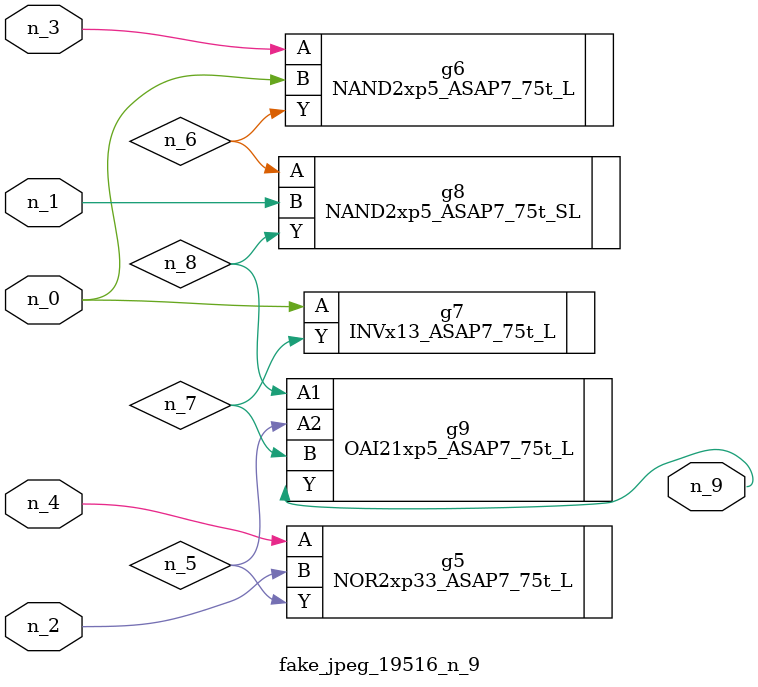
<source format=v>
module fake_jpeg_19516_n_9 (n_3, n_2, n_1, n_0, n_4, n_9);

input n_3;
input n_2;
input n_1;
input n_0;
input n_4;

output n_9;

wire n_8;
wire n_6;
wire n_5;
wire n_7;

NOR2xp33_ASAP7_75t_L g5 ( 
.A(n_4),
.B(n_2),
.Y(n_5)
);

NAND2xp5_ASAP7_75t_L g6 ( 
.A(n_3),
.B(n_0),
.Y(n_6)
);

INVx13_ASAP7_75t_L g7 ( 
.A(n_0),
.Y(n_7)
);

NAND2xp5_ASAP7_75t_SL g8 ( 
.A(n_6),
.B(n_1),
.Y(n_8)
);

OAI21xp5_ASAP7_75t_L g9 ( 
.A1(n_8),
.A2(n_5),
.B(n_7),
.Y(n_9)
);


endmodule
</source>
